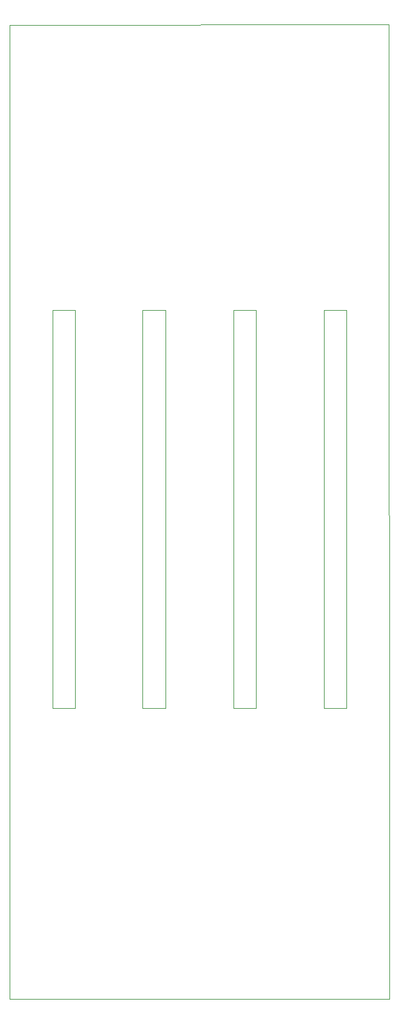
<source format=gbr>
%TF.GenerationSoftware,KiCad,Pcbnew,6.0.11+dfsg-1~bpo11+1*%
%TF.CreationDate,2023-04-14T14:39:14+08:00*%
%TF.ProjectId,MiniMix - Front,4d696e69-4d69-4782-902d-2046726f6e74,rev?*%
%TF.SameCoordinates,Original*%
%TF.FileFunction,Profile,NP*%
%FSLAX46Y46*%
G04 Gerber Fmt 4.6, Leading zero omitted, Abs format (unit mm)*
G04 Created by KiCad (PCBNEW 6.0.11+dfsg-1~bpo11+1) date 2023-04-14 14:39:14*
%MOMM*%
%LPD*%
G01*
G04 APERTURE LIST*
%TA.AperFunction,Profile*%
%ADD10C,0.100000*%
%TD*%
%TA.AperFunction,Profile*%
%ADD11C,0.120000*%
%TD*%
G04 APERTURE END LIST*
D10*
X140000000Y-39970573D02*
X140100000Y-168470573D01*
X90000000Y-168500000D02*
X90000000Y-40000000D01*
X90000000Y-40000000D02*
X140000000Y-39970573D01*
X140100000Y-168470573D02*
X90000000Y-168500000D01*
D11*
%TO.C,REF\u002A\u002A*%
X95600000Y-130100000D02*
X98600000Y-130100000D01*
X98600000Y-130100000D02*
X98600000Y-77600000D01*
X95600000Y-77600000D02*
X95600000Y-130100000D01*
X98600000Y-77600000D02*
X95600000Y-77600000D01*
X107500000Y-130100000D02*
X110500000Y-130100000D01*
X110500000Y-130100000D02*
X110500000Y-77600000D01*
X107500000Y-77600000D02*
X107500000Y-130100000D01*
X110500000Y-77600000D02*
X107500000Y-77600000D01*
X119500000Y-130100000D02*
X122500000Y-130100000D01*
X122500000Y-130100000D02*
X122500000Y-77600000D01*
X119500000Y-77600000D02*
X119500000Y-130100000D01*
X122500000Y-77600000D02*
X119500000Y-77600000D01*
X131450000Y-130100000D02*
X134450000Y-130100000D01*
X134450000Y-130100000D02*
X134450000Y-77600000D01*
X131450000Y-77600000D02*
X131450000Y-130100000D01*
X134450000Y-77600000D02*
X131450000Y-77600000D01*
%TD*%
M02*

</source>
